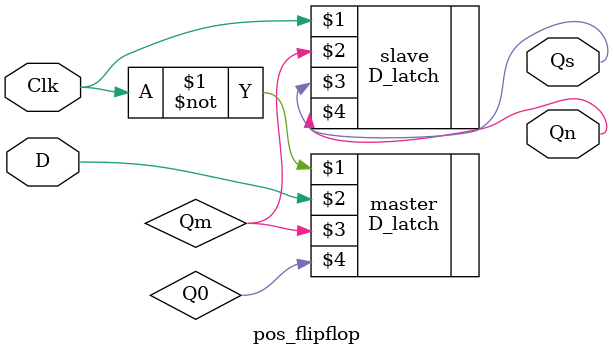
<source format=v>
module pos_flipflop(Clk, D, Qs, Qn);
	input Clk, D;
	output Qs, Qn;
	wire Qm, Q0;
	D_latch master(~Clk, D, Qm, Q0);
	D_latch slave(Clk, Qm, Qs, Qn);
endmodule

</source>
